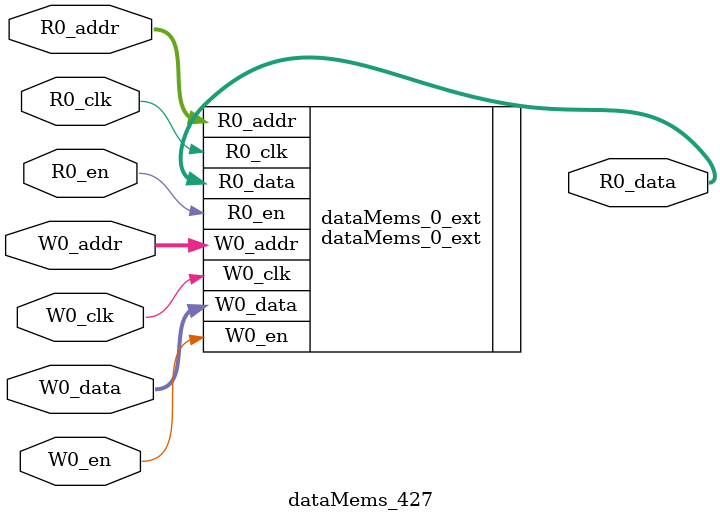
<source format=sv>
`ifndef RANDOMIZE
  `ifdef RANDOMIZE_REG_INIT
    `define RANDOMIZE
  `endif // RANDOMIZE_REG_INIT
`endif // not def RANDOMIZE
`ifndef RANDOMIZE
  `ifdef RANDOMIZE_MEM_INIT
    `define RANDOMIZE
  `endif // RANDOMIZE_MEM_INIT
`endif // not def RANDOMIZE

`ifndef RANDOM
  `define RANDOM $random
`endif // not def RANDOM

// Users can define 'PRINTF_COND' to add an extra gate to prints.
`ifndef PRINTF_COND_
  `ifdef PRINTF_COND
    `define PRINTF_COND_ (`PRINTF_COND)
  `else  // PRINTF_COND
    `define PRINTF_COND_ 1
  `endif // PRINTF_COND
`endif // not def PRINTF_COND_

// Users can define 'ASSERT_VERBOSE_COND' to add an extra gate to assert error printing.
`ifndef ASSERT_VERBOSE_COND_
  `ifdef ASSERT_VERBOSE_COND
    `define ASSERT_VERBOSE_COND_ (`ASSERT_VERBOSE_COND)
  `else  // ASSERT_VERBOSE_COND
    `define ASSERT_VERBOSE_COND_ 1
  `endif // ASSERT_VERBOSE_COND
`endif // not def ASSERT_VERBOSE_COND_

// Users can define 'STOP_COND' to add an extra gate to stop conditions.
`ifndef STOP_COND_
  `ifdef STOP_COND
    `define STOP_COND_ (`STOP_COND)
  `else  // STOP_COND
    `define STOP_COND_ 1
  `endif // STOP_COND
`endif // not def STOP_COND_

// Users can define INIT_RANDOM as general code that gets injected into the
// initializer block for modules with registers.
`ifndef INIT_RANDOM
  `define INIT_RANDOM
`endif // not def INIT_RANDOM

// If using random initialization, you can also define RANDOMIZE_DELAY to
// customize the delay used, otherwise 0.002 is used.
`ifndef RANDOMIZE_DELAY
  `define RANDOMIZE_DELAY 0.002
`endif // not def RANDOMIZE_DELAY

// Define INIT_RANDOM_PROLOG_ for use in our modules below.
`ifndef INIT_RANDOM_PROLOG_
  `ifdef RANDOMIZE
    `ifdef VERILATOR
      `define INIT_RANDOM_PROLOG_ `INIT_RANDOM
    `else  // VERILATOR
      `define INIT_RANDOM_PROLOG_ `INIT_RANDOM #`RANDOMIZE_DELAY begin end
    `endif // VERILATOR
  `else  // RANDOMIZE
    `define INIT_RANDOM_PROLOG_
  `endif // RANDOMIZE
`endif // not def INIT_RANDOM_PROLOG_

// Include register initializers in init blocks unless synthesis is set
`ifndef SYNTHESIS
  `ifndef ENABLE_INITIAL_REG_
    `define ENABLE_INITIAL_REG_
  `endif // not def ENABLE_INITIAL_REG_
`endif // not def SYNTHESIS

// Include rmemory initializers in init blocks unless synthesis is set
`ifndef SYNTHESIS
  `ifndef ENABLE_INITIAL_MEM_
    `define ENABLE_INITIAL_MEM_
  `endif // not def ENABLE_INITIAL_MEM_
`endif // not def SYNTHESIS

module dataMems_427(	// @[generators/ara/src/main/scala/UnsafeAXI4ToTL.scala:365:62]
  input  [4:0]  R0_addr,
  input         R0_en,
  input         R0_clk,
  output [66:0] R0_data,
  input  [4:0]  W0_addr,
  input         W0_en,
  input         W0_clk,
  input  [66:0] W0_data
);

  dataMems_0_ext dataMems_0_ext (	// @[generators/ara/src/main/scala/UnsafeAXI4ToTL.scala:365:62]
    .R0_addr (R0_addr),
    .R0_en   (R0_en),
    .R0_clk  (R0_clk),
    .R0_data (R0_data),
    .W0_addr (W0_addr),
    .W0_en   (W0_en),
    .W0_clk  (W0_clk),
    .W0_data (W0_data)
  );
endmodule


</source>
